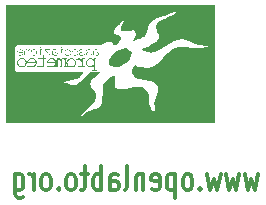
<source format=gbo>
G04 (created by PCBNEW-RS274X (2012-jan-04)-stable) date Thu 15 Nov 2012 21:08:36 CET*
G01*
G70*
G90*
%MOIN*%
G04 Gerber Fmt 3.4, Leading zero omitted, Abs format*
%FSLAX34Y34*%
G04 APERTURE LIST*
%ADD10C,0.006000*%
%ADD11C,0.012000*%
%ADD12C,0.000100*%
G04 APERTURE END LIST*
G54D10*
G54D11*
X58166Y-43570D02*
X58052Y-44104D01*
X57938Y-43723D01*
X57823Y-44104D01*
X57709Y-43570D01*
X57537Y-43570D02*
X57423Y-44104D01*
X57309Y-43723D01*
X57194Y-44104D01*
X57080Y-43570D01*
X56908Y-43570D02*
X56794Y-44104D01*
X56680Y-43723D01*
X56565Y-44104D01*
X56451Y-43570D01*
X56222Y-44028D02*
X56194Y-44066D01*
X56222Y-44104D01*
X56251Y-44066D01*
X56222Y-44028D01*
X56222Y-44104D01*
X55850Y-44104D02*
X55908Y-44066D01*
X55936Y-44028D01*
X55965Y-43951D01*
X55965Y-43723D01*
X55936Y-43647D01*
X55908Y-43609D01*
X55850Y-43570D01*
X55765Y-43570D01*
X55708Y-43609D01*
X55679Y-43647D01*
X55650Y-43723D01*
X55650Y-43951D01*
X55679Y-44028D01*
X55708Y-44066D01*
X55765Y-44104D01*
X55850Y-44104D01*
X55393Y-43570D02*
X55393Y-44370D01*
X55393Y-43609D02*
X55336Y-43570D01*
X55222Y-43570D01*
X55165Y-43609D01*
X55136Y-43647D01*
X55107Y-43723D01*
X55107Y-43951D01*
X55136Y-44028D01*
X55165Y-44066D01*
X55222Y-44104D01*
X55336Y-44104D01*
X55393Y-44066D01*
X54622Y-44066D02*
X54679Y-44104D01*
X54793Y-44104D01*
X54850Y-44066D01*
X54879Y-43990D01*
X54879Y-43685D01*
X54850Y-43609D01*
X54793Y-43570D01*
X54679Y-43570D01*
X54622Y-43609D01*
X54593Y-43685D01*
X54593Y-43761D01*
X54879Y-43837D01*
X54336Y-43570D02*
X54336Y-44104D01*
X54336Y-43647D02*
X54308Y-43609D01*
X54250Y-43570D01*
X54165Y-43570D01*
X54108Y-43609D01*
X54079Y-43685D01*
X54079Y-44104D01*
X53707Y-44104D02*
X53765Y-44066D01*
X53793Y-43990D01*
X53793Y-43304D01*
X53222Y-44104D02*
X53222Y-43685D01*
X53251Y-43609D01*
X53308Y-43570D01*
X53422Y-43570D01*
X53479Y-43609D01*
X53222Y-44066D02*
X53279Y-44104D01*
X53422Y-44104D01*
X53479Y-44066D01*
X53508Y-43990D01*
X53508Y-43913D01*
X53479Y-43837D01*
X53422Y-43799D01*
X53279Y-43799D01*
X53222Y-43761D01*
X52936Y-44104D02*
X52936Y-43304D01*
X52936Y-43609D02*
X52879Y-43570D01*
X52765Y-43570D01*
X52708Y-43609D01*
X52679Y-43647D01*
X52650Y-43723D01*
X52650Y-43951D01*
X52679Y-44028D01*
X52708Y-44066D01*
X52765Y-44104D01*
X52879Y-44104D01*
X52936Y-44066D01*
X52479Y-43570D02*
X52250Y-43570D01*
X52393Y-43304D02*
X52393Y-43990D01*
X52365Y-44066D01*
X52307Y-44104D01*
X52250Y-44104D01*
X51964Y-44104D02*
X52022Y-44066D01*
X52050Y-44028D01*
X52079Y-43951D01*
X52079Y-43723D01*
X52050Y-43647D01*
X52022Y-43609D01*
X51964Y-43570D01*
X51879Y-43570D01*
X51822Y-43609D01*
X51793Y-43647D01*
X51764Y-43723D01*
X51764Y-43951D01*
X51793Y-44028D01*
X51822Y-44066D01*
X51879Y-44104D01*
X51964Y-44104D01*
X51507Y-44028D02*
X51479Y-44066D01*
X51507Y-44104D01*
X51536Y-44066D01*
X51507Y-44028D01*
X51507Y-44104D01*
X51135Y-44104D02*
X51193Y-44066D01*
X51221Y-44028D01*
X51250Y-43951D01*
X51250Y-43723D01*
X51221Y-43647D01*
X51193Y-43609D01*
X51135Y-43570D01*
X51050Y-43570D01*
X50993Y-43609D01*
X50964Y-43647D01*
X50935Y-43723D01*
X50935Y-43951D01*
X50964Y-44028D01*
X50993Y-44066D01*
X51050Y-44104D01*
X51135Y-44104D01*
X50678Y-44104D02*
X50678Y-43570D01*
X50678Y-43723D02*
X50650Y-43647D01*
X50621Y-43609D01*
X50564Y-43570D01*
X50507Y-43570D01*
X50050Y-43570D02*
X50050Y-44218D01*
X50079Y-44294D01*
X50107Y-44332D01*
X50164Y-44370D01*
X50250Y-44370D01*
X50307Y-44332D01*
X50050Y-44066D02*
X50107Y-44104D01*
X50221Y-44104D01*
X50279Y-44066D01*
X50307Y-44028D01*
X50336Y-43951D01*
X50336Y-43723D01*
X50307Y-43647D01*
X50279Y-43609D01*
X50221Y-43570D01*
X50107Y-43570D01*
X50050Y-43609D01*
G54D12*
G36*
X56711Y-41848D02*
X56498Y-41848D01*
X56498Y-39295D01*
X56491Y-39291D01*
X56469Y-39288D01*
X56429Y-39285D01*
X56371Y-39282D01*
X56275Y-39272D01*
X56176Y-39255D01*
X56081Y-39230D01*
X55996Y-39200D01*
X55926Y-39168D01*
X55900Y-39151D01*
X55875Y-39138D01*
X55834Y-39121D01*
X55786Y-39104D01*
X55768Y-39099D01*
X55713Y-39083D01*
X55670Y-39074D01*
X55629Y-39072D01*
X55584Y-39075D01*
X55509Y-39084D01*
X55442Y-39097D01*
X55378Y-39116D01*
X55313Y-39142D01*
X55243Y-39178D01*
X55166Y-39224D01*
X55076Y-39283D01*
X55006Y-39331D01*
X54921Y-39389D01*
X54850Y-39433D01*
X54790Y-39466D01*
X54737Y-39489D01*
X54688Y-39502D01*
X54638Y-39509D01*
X54593Y-39510D01*
X54532Y-39506D01*
X54466Y-39493D01*
X54404Y-39474D01*
X54353Y-39451D01*
X54330Y-39435D01*
X54298Y-39408D01*
X54368Y-39372D01*
X54478Y-39314D01*
X54567Y-39266D01*
X54640Y-39224D01*
X54698Y-39189D01*
X54743Y-39157D01*
X54777Y-39129D01*
X54804Y-39101D01*
X54822Y-39078D01*
X54845Y-39035D01*
X54855Y-38989D01*
X54850Y-38936D01*
X54831Y-38873D01*
X54806Y-38812D01*
X54778Y-38752D01*
X54760Y-38707D01*
X54750Y-38675D01*
X54747Y-38650D01*
X54750Y-38627D01*
X54758Y-38602D01*
X54760Y-38596D01*
X54776Y-38564D01*
X54800Y-38534D01*
X54835Y-38504D01*
X54883Y-38472D01*
X54947Y-38438D01*
X55029Y-38398D01*
X55061Y-38383D01*
X55148Y-38343D01*
X55216Y-38309D01*
X55269Y-38281D01*
X55310Y-38256D01*
X55343Y-38233D01*
X55365Y-38213D01*
X55389Y-38186D01*
X55408Y-38154D01*
X55420Y-38126D01*
X55420Y-38108D01*
X55418Y-38107D01*
X55406Y-38109D01*
X55379Y-38123D01*
X55343Y-38144D01*
X55334Y-38150D01*
X55289Y-38177D01*
X55236Y-38205D01*
X55181Y-38232D01*
X55129Y-38256D01*
X55085Y-38273D01*
X55055Y-38281D01*
X55051Y-38281D01*
X55023Y-38286D01*
X54980Y-38297D01*
X54927Y-38314D01*
X54871Y-38334D01*
X54816Y-38355D01*
X54771Y-38375D01*
X54761Y-38380D01*
X54682Y-38424D01*
X54620Y-38468D01*
X54572Y-38519D01*
X54535Y-38579D01*
X54503Y-38655D01*
X54480Y-38729D01*
X54461Y-38793D01*
X54446Y-38839D01*
X54433Y-38872D01*
X54420Y-38897D01*
X54403Y-38921D01*
X54380Y-38947D01*
X54376Y-38952D01*
X54344Y-38983D01*
X54308Y-39009D01*
X54265Y-39032D01*
X54208Y-39053D01*
X54140Y-39075D01*
X54089Y-39092D01*
X54042Y-39107D01*
X54009Y-39120D01*
X54000Y-39125D01*
X53978Y-39134D01*
X53969Y-39131D01*
X53975Y-39115D01*
X53994Y-39083D01*
X54010Y-39059D01*
X54049Y-38996D01*
X54078Y-38939D01*
X54095Y-38892D01*
X54098Y-38869D01*
X54091Y-38844D01*
X54071Y-38813D01*
X54066Y-38806D01*
X54033Y-38770D01*
X53884Y-38783D01*
X53780Y-38790D01*
X53699Y-38789D01*
X53639Y-38781D01*
X53599Y-38763D01*
X53578Y-38736D01*
X53575Y-38699D01*
X53590Y-38650D01*
X53620Y-38590D01*
X53627Y-38579D01*
X53665Y-38510D01*
X53687Y-38454D01*
X53693Y-38409D01*
X53691Y-38394D01*
X53684Y-38390D01*
X53668Y-38403D01*
X53643Y-38437D01*
X53633Y-38450D01*
X53598Y-38494D01*
X53554Y-38545D01*
X53508Y-38593D01*
X53497Y-38603D01*
X53430Y-38673D01*
X53382Y-38734D01*
X53354Y-38787D01*
X53348Y-38830D01*
X53362Y-38864D01*
X53368Y-38869D01*
X53390Y-38884D01*
X53426Y-38901D01*
X53459Y-38915D01*
X53522Y-38943D01*
X53562Y-38974D01*
X53582Y-39009D01*
X53580Y-39049D01*
X53557Y-39098D01*
X53513Y-39156D01*
X53480Y-39191D01*
X53445Y-39225D01*
X53415Y-39249D01*
X53393Y-39260D01*
X53391Y-39260D01*
X53370Y-39252D01*
X53340Y-39232D01*
X53310Y-39206D01*
X53276Y-39176D01*
X53251Y-39160D01*
X53225Y-39154D01*
X53195Y-39153D01*
X53115Y-39163D01*
X53031Y-39194D01*
X52976Y-39224D01*
X52918Y-39260D01*
X51518Y-39263D01*
X51305Y-39263D01*
X51116Y-39264D01*
X50947Y-39264D01*
X50798Y-39265D01*
X50669Y-39265D01*
X50556Y-39266D01*
X50460Y-39267D01*
X50378Y-39267D01*
X50310Y-39268D01*
X50254Y-39270D01*
X50210Y-39271D01*
X50174Y-39273D01*
X50147Y-39275D01*
X50127Y-39276D01*
X50113Y-39279D01*
X50104Y-39282D01*
X50097Y-39285D01*
X50093Y-39288D01*
X50092Y-39289D01*
X50085Y-39295D01*
X50080Y-39304D01*
X50076Y-39316D01*
X50072Y-39336D01*
X50070Y-39365D01*
X50068Y-39405D01*
X50068Y-39460D01*
X50067Y-39531D01*
X50067Y-39621D01*
X50067Y-39713D01*
X50067Y-39825D01*
X50068Y-39915D01*
X50069Y-39987D01*
X50070Y-40042D01*
X50073Y-40082D01*
X50076Y-40110D01*
X50079Y-40127D01*
X50084Y-40136D01*
X50087Y-40140D01*
X50092Y-40144D01*
X50101Y-40147D01*
X50113Y-40150D01*
X50132Y-40152D01*
X50159Y-40154D01*
X50194Y-40155D01*
X50239Y-40157D01*
X50297Y-40158D01*
X50368Y-40159D01*
X50453Y-40160D01*
X50555Y-40160D01*
X50675Y-40161D01*
X50813Y-40162D01*
X50972Y-40162D01*
X51153Y-40163D01*
X51211Y-40163D01*
X51372Y-40163D01*
X51525Y-40164D01*
X51670Y-40165D01*
X51805Y-40165D01*
X51928Y-40167D01*
X52037Y-40168D01*
X52131Y-40168D01*
X52208Y-40169D01*
X52266Y-40170D01*
X52305Y-40172D01*
X52321Y-40173D01*
X52322Y-40173D01*
X52315Y-40191D01*
X52296Y-40220D01*
X52269Y-40256D01*
X52240Y-40293D01*
X52213Y-40325D01*
X52193Y-40345D01*
X52156Y-40370D01*
X52113Y-40390D01*
X52058Y-40408D01*
X51986Y-40423D01*
X51922Y-40434D01*
X51854Y-40448D01*
X51792Y-40464D01*
X51739Y-40483D01*
X51701Y-40502D01*
X51680Y-40520D01*
X51678Y-40528D01*
X51681Y-40538D01*
X51697Y-40539D01*
X51726Y-40533D01*
X51754Y-40527D01*
X51781Y-40528D01*
X51814Y-40535D01*
X51862Y-40550D01*
X51872Y-40554D01*
X51958Y-40578D01*
X52031Y-40587D01*
X52094Y-40580D01*
X52143Y-40561D01*
X52173Y-40541D01*
X52216Y-40505D01*
X52271Y-40454D01*
X52337Y-40389D01*
X52375Y-40350D01*
X52554Y-40165D01*
X52715Y-40165D01*
X52876Y-40166D01*
X52752Y-40282D01*
X52684Y-40349D01*
X52634Y-40407D01*
X52600Y-40459D01*
X52580Y-40508D01*
X52573Y-40557D01*
X52572Y-40569D01*
X52576Y-40608D01*
X52587Y-40645D01*
X52610Y-40684D01*
X52646Y-40731D01*
X52675Y-40765D01*
X52715Y-40811D01*
X52741Y-40848D01*
X52755Y-40881D01*
X52762Y-40917D01*
X52763Y-40957D01*
X52761Y-40998D01*
X52753Y-41037D01*
X52738Y-41075D01*
X52713Y-41116D01*
X52678Y-41163D01*
X52629Y-41218D01*
X52566Y-41284D01*
X52506Y-41344D01*
X52420Y-41431D01*
X52351Y-41505D01*
X52300Y-41567D01*
X52265Y-41617D01*
X52245Y-41657D01*
X52239Y-41687D01*
X52242Y-41698D01*
X52251Y-41694D01*
X52270Y-41672D01*
X52272Y-41669D01*
X52299Y-41636D01*
X52334Y-41598D01*
X52353Y-41578D01*
X52402Y-41536D01*
X52460Y-41498D01*
X52531Y-41463D01*
X52619Y-41428D01*
X52681Y-41407D01*
X52756Y-41381D01*
X52816Y-41355D01*
X52864Y-41325D01*
X52901Y-41290D01*
X52929Y-41246D01*
X52948Y-41190D01*
X52962Y-41120D01*
X52971Y-41033D01*
X52976Y-40925D01*
X52978Y-40882D01*
X52982Y-40788D01*
X52987Y-40708D01*
X52992Y-40645D01*
X52998Y-40602D01*
X53002Y-40583D01*
X53047Y-40497D01*
X53113Y-40420D01*
X53201Y-40353D01*
X53272Y-40312D01*
X53317Y-40291D01*
X53345Y-40280D01*
X53362Y-40279D01*
X53371Y-40285D01*
X53371Y-40286D01*
X53376Y-40304D01*
X53379Y-40340D01*
X53381Y-40391D01*
X53382Y-40449D01*
X53382Y-40456D01*
X53384Y-40538D01*
X53389Y-40600D01*
X53400Y-40645D01*
X53416Y-40677D01*
X53440Y-40700D01*
X53454Y-40709D01*
X53493Y-40724D01*
X53539Y-40732D01*
X53594Y-40734D01*
X53662Y-40728D01*
X53745Y-40715D01*
X53847Y-40694D01*
X53902Y-40682D01*
X54037Y-40658D01*
X54152Y-40650D01*
X54209Y-40650D01*
X54250Y-40653D01*
X54282Y-40659D01*
X54313Y-40670D01*
X54341Y-40683D01*
X54403Y-40723D01*
X54451Y-40778D01*
X54486Y-40848D01*
X54509Y-40935D01*
X54520Y-41042D01*
X54522Y-41084D01*
X54524Y-41151D01*
X54528Y-41201D01*
X54535Y-41240D01*
X54547Y-41277D01*
X54553Y-41293D01*
X54575Y-41337D01*
X54604Y-41381D01*
X54637Y-41422D01*
X54670Y-41455D01*
X54698Y-41475D01*
X54711Y-41478D01*
X54721Y-41476D01*
X54728Y-41467D01*
X54729Y-41448D01*
X54727Y-41415D01*
X54720Y-41366D01*
X54711Y-41311D01*
X54691Y-41192D01*
X54755Y-41034D01*
X54795Y-40922D01*
X54819Y-40825D01*
X54828Y-40742D01*
X54820Y-40671D01*
X54795Y-40609D01*
X54755Y-40555D01*
X54734Y-40536D01*
X54694Y-40506D01*
X54647Y-40482D01*
X54588Y-40461D01*
X54514Y-40444D01*
X54422Y-40429D01*
X54374Y-40422D01*
X54309Y-40412D01*
X54243Y-40401D01*
X54187Y-40388D01*
X54151Y-40379D01*
X54074Y-40345D01*
X54016Y-40299D01*
X53979Y-40243D01*
X53962Y-40178D01*
X53967Y-40106D01*
X53994Y-40031D01*
X54028Y-39973D01*
X54050Y-39942D01*
X54173Y-39977D01*
X54301Y-40007D01*
X54415Y-40020D01*
X54515Y-40016D01*
X54583Y-40001D01*
X54637Y-39982D01*
X54688Y-39958D01*
X54740Y-39926D01*
X54793Y-39886D01*
X54851Y-39835D01*
X54917Y-39770D01*
X54992Y-39690D01*
X55069Y-39603D01*
X55155Y-39515D01*
X55243Y-39442D01*
X55329Y-39387D01*
X55361Y-39372D01*
X55417Y-39350D01*
X55476Y-39335D01*
X55542Y-39327D01*
X55620Y-39325D01*
X55713Y-39329D01*
X55806Y-39336D01*
X55953Y-39348D01*
X56086Y-39353D01*
X56205Y-39353D01*
X56307Y-39348D01*
X56390Y-39337D01*
X56453Y-39321D01*
X56478Y-39310D01*
X56493Y-39301D01*
X56498Y-39295D01*
X56498Y-41848D01*
X53240Y-41848D01*
X49769Y-41848D01*
X49769Y-39880D01*
X49769Y-37912D01*
X53240Y-37912D01*
X56711Y-37912D01*
X56711Y-39880D01*
X56711Y-41848D01*
X56711Y-41848D01*
X56711Y-41848D01*
G37*
G36*
X52786Y-39713D02*
X52779Y-39724D01*
X52757Y-39732D01*
X52727Y-39740D01*
X52727Y-39916D01*
X52728Y-39984D01*
X52728Y-40032D01*
X52730Y-40063D01*
X52734Y-40082D01*
X52739Y-40091D01*
X52748Y-40095D01*
X52753Y-40096D01*
X52776Y-40105D01*
X52784Y-40115D01*
X52780Y-40123D01*
X52759Y-40128D01*
X52719Y-40130D01*
X52698Y-40130D01*
X52649Y-40129D01*
X52621Y-40125D01*
X52611Y-40119D01*
X52611Y-40115D01*
X52625Y-40104D01*
X52652Y-40096D01*
X52654Y-40096D01*
X52691Y-40092D01*
X52691Y-40015D01*
X52691Y-39937D01*
X52691Y-39937D01*
X52691Y-39842D01*
X52681Y-39792D01*
X52663Y-39765D01*
X52641Y-39744D01*
X52617Y-39734D01*
X52581Y-39731D01*
X52572Y-39731D01*
X52533Y-39733D01*
X52507Y-39742D01*
X52486Y-39760D01*
X52482Y-39765D01*
X52458Y-39807D01*
X52453Y-39850D01*
X52465Y-39891D01*
X52489Y-39926D01*
X52523Y-39951D01*
X52563Y-39963D01*
X52607Y-39956D01*
X52632Y-39942D01*
X52668Y-39912D01*
X52686Y-39880D01*
X52691Y-39842D01*
X52691Y-39937D01*
X52660Y-39962D01*
X52624Y-39980D01*
X52574Y-39987D01*
X52569Y-39987D01*
X52532Y-39985D01*
X52505Y-39976D01*
X52478Y-39955D01*
X52463Y-39940D01*
X52435Y-39908D01*
X52421Y-39881D01*
X52417Y-39849D01*
X52417Y-39849D01*
X52427Y-39791D01*
X52455Y-39744D01*
X52496Y-39710D01*
X52546Y-39693D01*
X52599Y-39694D01*
X52651Y-39714D01*
X52677Y-39729D01*
X52689Y-39730D01*
X52691Y-39720D01*
X52698Y-39707D01*
X52722Y-39702D01*
X52739Y-39702D01*
X52772Y-39705D01*
X52786Y-39713D01*
X52786Y-39713D01*
X52786Y-39713D01*
G37*
G36*
X50448Y-39866D02*
X50435Y-39915D01*
X50413Y-39948D01*
X50413Y-39841D01*
X50405Y-39794D01*
X50400Y-39784D01*
X50376Y-39758D01*
X50338Y-39737D01*
X50298Y-39726D01*
X50289Y-39725D01*
X50237Y-39736D01*
X50197Y-39763D01*
X50172Y-39803D01*
X50163Y-39850D01*
X50174Y-39900D01*
X50182Y-39915D01*
X50212Y-39951D01*
X50250Y-39968D01*
X50302Y-39970D01*
X50305Y-39970D01*
X50346Y-39962D01*
X50375Y-39943D01*
X50385Y-39931D01*
X50406Y-39890D01*
X50413Y-39841D01*
X50413Y-39948D01*
X50407Y-39958D01*
X50367Y-39989D01*
X50319Y-40007D01*
X50265Y-40008D01*
X50211Y-39989D01*
X50165Y-39952D01*
X50138Y-39905D01*
X50129Y-39852D01*
X50140Y-39797D01*
X50170Y-39747D01*
X50175Y-39742D01*
X50224Y-39707D01*
X50278Y-39692D01*
X50332Y-39696D01*
X50382Y-39720D01*
X50419Y-39758D01*
X50444Y-39812D01*
X50448Y-39866D01*
X50448Y-39866D01*
X50448Y-39866D01*
G37*
G36*
X50783Y-39853D02*
X50772Y-39906D01*
X50743Y-39952D01*
X50699Y-39985D01*
X50644Y-40005D01*
X50583Y-40008D01*
X50524Y-39995D01*
X50489Y-39978D01*
X50467Y-39961D01*
X50462Y-39946D01*
X50464Y-39944D01*
X50479Y-39943D01*
X50506Y-39950D01*
X50520Y-39955D01*
X50586Y-39974D01*
X50642Y-39972D01*
X50690Y-39949D01*
X50706Y-39934D01*
X50734Y-39905D01*
X50747Y-39883D01*
X50747Y-39882D01*
X50747Y-39810D01*
X50740Y-39795D01*
X50724Y-39771D01*
X50723Y-39769D01*
X50688Y-39742D01*
X50641Y-39728D01*
X50591Y-39729D01*
X50585Y-39731D01*
X50557Y-39743D01*
X50528Y-39765D01*
X50505Y-39789D01*
X50496Y-39808D01*
X50508Y-39814D01*
X50542Y-39819D01*
X50594Y-39820D01*
X50622Y-39821D01*
X50673Y-39820D01*
X50714Y-39817D01*
X50740Y-39814D01*
X50747Y-39810D01*
X50747Y-39882D01*
X50744Y-39870D01*
X50724Y-39862D01*
X50683Y-39858D01*
X50621Y-39857D01*
X50602Y-39857D01*
X50458Y-39857D01*
X50465Y-39818D01*
X50487Y-39761D01*
X50524Y-39721D01*
X50550Y-39706D01*
X50612Y-39692D01*
X50669Y-39697D01*
X50719Y-39721D01*
X50757Y-39761D01*
X50778Y-39814D01*
X50783Y-39853D01*
X50783Y-39853D01*
X50783Y-39853D01*
G37*
G36*
X51102Y-39717D02*
X51088Y-39729D01*
X51065Y-39735D01*
X51033Y-39739D01*
X51033Y-39850D01*
X51033Y-39902D01*
X51031Y-39936D01*
X51026Y-39958D01*
X51017Y-39973D01*
X51002Y-39985D01*
X51002Y-39986D01*
X50960Y-40005D01*
X50905Y-40009D01*
X50846Y-39998D01*
X50827Y-39991D01*
X50797Y-39975D01*
X50784Y-39961D01*
X50788Y-39954D01*
X50811Y-39955D01*
X50816Y-39956D01*
X50885Y-39969D01*
X50938Y-39971D01*
X50972Y-39964D01*
X50984Y-39955D01*
X50992Y-39941D01*
X50996Y-39918D01*
X50997Y-39880D01*
X50997Y-39844D01*
X50997Y-39737D01*
X50914Y-39737D01*
X50869Y-39736D01*
X50843Y-39732D01*
X50832Y-39725D01*
X50830Y-39719D01*
X50835Y-39709D01*
X50853Y-39704D01*
X50888Y-39702D01*
X50914Y-39702D01*
X50997Y-39702D01*
X50997Y-39654D01*
X50997Y-39606D01*
X50905Y-39604D01*
X50868Y-39602D01*
X50849Y-39601D01*
X50850Y-39598D01*
X50857Y-39597D01*
X50902Y-39592D01*
X50902Y-39498D01*
X50902Y-39403D01*
X50944Y-39403D01*
X50971Y-39406D01*
X50985Y-39411D01*
X50986Y-39412D01*
X50975Y-39419D01*
X50953Y-39421D01*
X50936Y-39422D01*
X50926Y-39428D01*
X50921Y-39445D01*
X50920Y-39477D01*
X50920Y-39505D01*
X50920Y-39588D01*
X50977Y-39592D01*
X51033Y-39595D01*
X51033Y-39648D01*
X51034Y-39681D01*
X51040Y-39697D01*
X51056Y-39701D01*
X51070Y-39702D01*
X51096Y-39706D01*
X51102Y-39717D01*
X51102Y-39717D01*
X51102Y-39717D01*
G37*
G36*
X51808Y-39986D02*
X51790Y-39994D01*
X51756Y-39999D01*
X51749Y-39999D01*
X51710Y-39996D01*
X51691Y-39988D01*
X51694Y-39975D01*
X51708Y-39966D01*
X51717Y-39956D01*
X51722Y-39935D01*
X51724Y-39900D01*
X51723Y-39856D01*
X51720Y-39807D01*
X51717Y-39776D01*
X51710Y-39757D01*
X51699Y-39745D01*
X51688Y-39738D01*
X51662Y-39727D01*
X51644Y-39731D01*
X51637Y-39736D01*
X51628Y-39748D01*
X51622Y-39771D01*
X51619Y-39807D01*
X51618Y-39861D01*
X51618Y-39876D01*
X51618Y-39999D01*
X51582Y-39999D01*
X51554Y-39993D01*
X51546Y-39981D01*
X51556Y-39965D01*
X51564Y-39963D01*
X51573Y-39958D01*
X51579Y-39942D01*
X51582Y-39910D01*
X51582Y-39868D01*
X51581Y-39818D01*
X51577Y-39785D01*
X51569Y-39763D01*
X51558Y-39749D01*
X51534Y-39729D01*
X51513Y-39727D01*
X51494Y-39732D01*
X51485Y-39739D01*
X51479Y-39756D01*
X51476Y-39785D01*
X51475Y-39832D01*
X51475Y-39870D01*
X51475Y-39999D01*
X51439Y-39999D01*
X51411Y-39994D01*
X51397Y-39984D01*
X51399Y-39973D01*
X51414Y-39966D01*
X51434Y-39951D01*
X51439Y-39931D01*
X51438Y-39913D01*
X51433Y-39911D01*
X51419Y-39925D01*
X51408Y-39939D01*
X51356Y-39984D01*
X51296Y-40007D01*
X51229Y-40008D01*
X51180Y-39995D01*
X51145Y-39978D01*
X51123Y-39961D01*
X51118Y-39946D01*
X51120Y-39944D01*
X51135Y-39943D01*
X51163Y-39950D01*
X51176Y-39955D01*
X51242Y-39974D01*
X51298Y-39972D01*
X51346Y-39949D01*
X51363Y-39934D01*
X51390Y-39905D01*
X51403Y-39883D01*
X51403Y-39882D01*
X51403Y-39814D01*
X51392Y-39786D01*
X51365Y-39758D01*
X51328Y-39737D01*
X51287Y-39726D01*
X51278Y-39725D01*
X51238Y-39733D01*
X51199Y-39752D01*
X51169Y-39778D01*
X51153Y-39807D01*
X51152Y-39814D01*
X51164Y-39817D01*
X51194Y-39819D01*
X51238Y-39820D01*
X51278Y-39821D01*
X51329Y-39820D01*
X51370Y-39819D01*
X51397Y-39816D01*
X51403Y-39814D01*
X51403Y-39882D01*
X51400Y-39870D01*
X51380Y-39862D01*
X51339Y-39858D01*
X51277Y-39857D01*
X51260Y-39857D01*
X51200Y-39856D01*
X51159Y-39855D01*
X51135Y-39853D01*
X51122Y-39848D01*
X51117Y-39840D01*
X51117Y-39830D01*
X51128Y-39785D01*
X51157Y-39744D01*
X51200Y-39712D01*
X51249Y-39693D01*
X51278Y-39689D01*
X51331Y-39699D01*
X51379Y-39726D01*
X51414Y-39763D01*
X51415Y-39763D01*
X51439Y-39803D01*
X51439Y-39770D01*
X51448Y-39735D01*
X51471Y-39708D01*
X51501Y-39692D01*
X51532Y-39691D01*
X51558Y-39707D01*
X51583Y-39724D01*
X51608Y-39717D01*
X51619Y-39706D01*
X51642Y-39693D01*
X51671Y-39695D01*
X51707Y-39699D01*
X51750Y-39701D01*
X51758Y-39701D01*
X51791Y-39704D01*
X51808Y-39713D01*
X51806Y-39724D01*
X51785Y-39734D01*
X51773Y-39739D01*
X51767Y-39750D01*
X51763Y-39772D01*
X51761Y-39809D01*
X51761Y-39850D01*
X51761Y-39902D01*
X51763Y-39935D01*
X51768Y-39954D01*
X51776Y-39963D01*
X51785Y-39966D01*
X51807Y-39976D01*
X51808Y-39986D01*
X51808Y-39986D01*
X51808Y-39986D01*
G37*
G36*
X52095Y-39848D02*
X52084Y-39902D01*
X52059Y-39942D01*
X52059Y-39850D01*
X52049Y-39807D01*
X52023Y-39768D01*
X51986Y-39738D01*
X51945Y-39726D01*
X51941Y-39725D01*
X51888Y-39735D01*
X51846Y-39761D01*
X51818Y-39798D01*
X51805Y-39841D01*
X51809Y-39886D01*
X51831Y-39929D01*
X51853Y-39950D01*
X51899Y-39973D01*
X51948Y-39974D01*
X51996Y-39953D01*
X52019Y-39934D01*
X52046Y-39901D01*
X52058Y-39871D01*
X52059Y-39850D01*
X52059Y-39942D01*
X52056Y-39948D01*
X52014Y-39983D01*
X51965Y-40004D01*
X51911Y-40009D01*
X51859Y-39994D01*
X51848Y-39988D01*
X51805Y-39949D01*
X51780Y-39901D01*
X51773Y-39851D01*
X51782Y-39800D01*
X51806Y-39754D01*
X51844Y-39718D01*
X51894Y-39695D01*
X51937Y-39689D01*
X51984Y-39700D01*
X52029Y-39729D01*
X52066Y-39769D01*
X52090Y-39816D01*
X52095Y-39848D01*
X52095Y-39848D01*
X52095Y-39848D01*
G37*
G36*
X52411Y-39981D02*
X52400Y-39986D01*
X52368Y-39991D01*
X52320Y-39994D01*
X52276Y-39996D01*
X52215Y-39997D01*
X52176Y-39996D01*
X52153Y-39993D01*
X52145Y-39987D01*
X52146Y-39984D01*
X52160Y-39974D01*
X52195Y-39967D01*
X52218Y-39965D01*
X52286Y-39962D01*
X52286Y-39886D01*
X52285Y-39844D01*
X52280Y-39818D01*
X52269Y-39798D01*
X52248Y-39778D01*
X52247Y-39778D01*
X52205Y-39746D01*
X52173Y-39731D01*
X52146Y-39731D01*
X52126Y-39741D01*
X52100Y-39752D01*
X52087Y-39747D01*
X52091Y-39730D01*
X52108Y-39712D01*
X52147Y-39695D01*
X52192Y-39701D01*
X52243Y-39729D01*
X52246Y-39732D01*
X52286Y-39762D01*
X52286Y-39732D01*
X52288Y-39713D01*
X52299Y-39704D01*
X52324Y-39702D01*
X52340Y-39702D01*
X52375Y-39704D01*
X52391Y-39712D01*
X52393Y-39719D01*
X52383Y-39733D01*
X52358Y-39737D01*
X52322Y-39737D01*
X52322Y-39850D01*
X52322Y-39961D01*
X52366Y-39965D01*
X52395Y-39970D01*
X52411Y-39979D01*
X52411Y-39981D01*
X52411Y-39981D01*
X52411Y-39981D01*
G37*
G36*
X53967Y-39492D02*
X53963Y-39509D01*
X53953Y-39542D01*
X53937Y-39587D01*
X53919Y-39640D01*
X53899Y-39694D01*
X53881Y-39745D01*
X53872Y-39767D01*
X53856Y-39787D01*
X53827Y-39809D01*
X53816Y-39814D01*
X53786Y-39831D01*
X53742Y-39857D01*
X53694Y-39886D01*
X53672Y-39900D01*
X53626Y-39929D01*
X53585Y-39953D01*
X53553Y-39970D01*
X53543Y-39975D01*
X53517Y-39980D01*
X53474Y-39984D01*
X53426Y-39985D01*
X53378Y-39984D01*
X53341Y-39981D01*
X53335Y-39980D01*
X53313Y-39976D01*
X53277Y-39971D01*
X53262Y-39969D01*
X53209Y-39962D01*
X53195Y-39880D01*
X53186Y-39826D01*
X53182Y-39786D01*
X53185Y-39754D01*
X53195Y-39724D01*
X53217Y-39692D01*
X53249Y-39652D01*
X53292Y-39603D01*
X53349Y-39543D01*
X53396Y-39498D01*
X53431Y-39470D01*
X53445Y-39463D01*
X53472Y-39454D01*
X53515Y-39440D01*
X53569Y-39422D01*
X53615Y-39408D01*
X53746Y-39366D01*
X53857Y-39421D01*
X53902Y-39446D01*
X53939Y-39468D01*
X53962Y-39485D01*
X53967Y-39492D01*
X53967Y-39492D01*
X53967Y-39492D01*
G37*
G36*
X50338Y-39499D02*
X50336Y-39516D01*
X50317Y-39558D01*
X50317Y-39470D01*
X50317Y-39469D01*
X50307Y-39449D01*
X50281Y-39431D01*
X50247Y-39418D01*
X50222Y-39415D01*
X50189Y-39423D01*
X50159Y-39442D01*
X50141Y-39466D01*
X50138Y-39478D01*
X50146Y-39485D01*
X50169Y-39489D01*
X50213Y-39489D01*
X50228Y-39489D01*
X50278Y-39485D01*
X50307Y-39479D01*
X50317Y-39470D01*
X50317Y-39558D01*
X50316Y-39563D01*
X50280Y-39595D01*
X50231Y-39611D01*
X50176Y-39608D01*
X50165Y-39605D01*
X50139Y-39594D01*
X50127Y-39582D01*
X50127Y-39581D01*
X50135Y-39576D01*
X50150Y-39582D01*
X50191Y-39594D01*
X50237Y-39592D01*
X50277Y-39578D01*
X50291Y-39566D01*
X50312Y-39542D01*
X50316Y-39525D01*
X50302Y-39516D01*
X50268Y-39511D01*
X50223Y-39510D01*
X50178Y-39509D01*
X50142Y-39506D01*
X50123Y-39501D01*
X50121Y-39500D01*
X50123Y-39484D01*
X50136Y-39459D01*
X50142Y-39449D01*
X50163Y-39423D01*
X50187Y-39411D01*
X50224Y-39406D01*
X50260Y-39405D01*
X50283Y-39413D01*
X50306Y-39435D01*
X50311Y-39441D01*
X50332Y-39472D01*
X50338Y-39499D01*
X50338Y-39499D01*
X50338Y-39499D01*
G37*
G36*
X50792Y-39519D02*
X50773Y-39554D01*
X50773Y-39496D01*
X50769Y-39476D01*
X50745Y-39440D01*
X50712Y-39421D01*
X50674Y-39417D01*
X50638Y-39428D01*
X50609Y-39452D01*
X50593Y-39489D01*
X50592Y-39505D01*
X50602Y-39547D01*
X50629Y-39578D01*
X50669Y-39593D01*
X50715Y-39591D01*
X50729Y-39586D01*
X50752Y-39566D01*
X50768Y-39533D01*
X50773Y-39496D01*
X50773Y-39554D01*
X50771Y-39558D01*
X50754Y-39577D01*
X50728Y-39601D01*
X50709Y-39615D01*
X50703Y-39616D01*
X50685Y-39613D01*
X50664Y-39609D01*
X50621Y-39591D01*
X50593Y-39558D01*
X50580Y-39516D01*
X50585Y-39471D01*
X50604Y-39435D01*
X50627Y-39413D01*
X50655Y-39404D01*
X50681Y-39403D01*
X50719Y-39406D01*
X50744Y-39420D01*
X50764Y-39440D01*
X50789Y-39481D01*
X50792Y-39519D01*
X50792Y-39519D01*
X50792Y-39519D01*
G37*
G36*
X51477Y-39543D02*
X51476Y-39566D01*
X51472Y-39576D01*
X51460Y-39591D01*
X51460Y-39564D01*
X51457Y-39533D01*
X51439Y-39515D01*
X51402Y-39506D01*
X51377Y-39505D01*
X51339Y-39506D01*
X51319Y-39511D01*
X51311Y-39523D01*
X51310Y-39527D01*
X51315Y-39554D01*
X51339Y-39576D01*
X51375Y-39589D01*
X51409Y-39591D01*
X51442Y-39586D01*
X51457Y-39575D01*
X51460Y-39564D01*
X51460Y-39591D01*
X51452Y-39600D01*
X51423Y-39615D01*
X51403Y-39616D01*
X51388Y-39613D01*
X51373Y-39609D01*
X51345Y-39597D01*
X51332Y-39590D01*
X51317Y-39582D01*
X51311Y-39591D01*
X51296Y-39602D01*
X51280Y-39605D01*
X51264Y-39602D01*
X51271Y-39599D01*
X51275Y-39598D01*
X51287Y-39590D01*
X51293Y-39573D01*
X51296Y-39539D01*
X51296Y-39517D01*
X51299Y-39461D01*
X51311Y-39426D01*
X51335Y-39407D01*
X51373Y-39402D01*
X51403Y-39403D01*
X51431Y-39409D01*
X51444Y-39416D01*
X51441Y-39422D01*
X51418Y-39422D01*
X51398Y-39419D01*
X51361Y-39416D01*
X51339Y-39420D01*
X51325Y-39432D01*
X51324Y-39433D01*
X51309Y-39460D01*
X51312Y-39476D01*
X51335Y-39485D01*
X51372Y-39487D01*
X51413Y-39488D01*
X51438Y-39495D01*
X51456Y-39511D01*
X51461Y-39517D01*
X51477Y-39543D01*
X51477Y-39543D01*
X51477Y-39543D01*
G37*
G36*
X51929Y-39510D02*
X51921Y-39549D01*
X51898Y-39583D01*
X51860Y-39606D01*
X51838Y-39612D01*
X51802Y-39611D01*
X51766Y-39601D01*
X51738Y-39586D01*
X51720Y-39572D01*
X51720Y-39571D01*
X51718Y-39560D01*
X51730Y-39562D01*
X51754Y-39576D01*
X51754Y-39577D01*
X51792Y-39592D01*
X51836Y-39592D01*
X51877Y-39578D01*
X51890Y-39566D01*
X51912Y-39528D01*
X51912Y-39485D01*
X51891Y-39446D01*
X51858Y-39422D01*
X51817Y-39415D01*
X51777Y-39426D01*
X51761Y-39439D01*
X51739Y-39459D01*
X51728Y-39459D01*
X51725Y-39439D01*
X51725Y-39431D01*
X51727Y-39411D01*
X51736Y-39410D01*
X51742Y-39414D01*
X51760Y-39421D01*
X51767Y-39416D01*
X51782Y-39408D01*
X51812Y-39403D01*
X51822Y-39403D01*
X51869Y-39412D01*
X51903Y-39437D01*
X51923Y-39471D01*
X51929Y-39510D01*
X51929Y-39510D01*
X51929Y-39510D01*
G37*
G36*
X52165Y-39496D02*
X52163Y-39513D01*
X52149Y-39560D01*
X52147Y-39561D01*
X52147Y-39503D01*
X52138Y-39461D01*
X52112Y-39431D01*
X52077Y-39416D01*
X52037Y-39418D01*
X51999Y-39439D01*
X51993Y-39444D01*
X51968Y-39482D01*
X51967Y-39523D01*
X51989Y-39563D01*
X52021Y-39587D01*
X52062Y-39595D01*
X52102Y-39587D01*
X52125Y-39569D01*
X52142Y-39538D01*
X52147Y-39503D01*
X52147Y-39561D01*
X52119Y-39591D01*
X52089Y-39606D01*
X52062Y-39615D01*
X52042Y-39615D01*
X52016Y-39606D01*
X52016Y-39606D01*
X51981Y-39580D01*
X51958Y-39539D01*
X51952Y-39501D01*
X51962Y-39458D01*
X51989Y-39426D01*
X52026Y-39406D01*
X52068Y-39402D01*
X52111Y-39414D01*
X52138Y-39436D01*
X52160Y-39465D01*
X52165Y-39496D01*
X52165Y-39496D01*
X52165Y-39496D01*
G37*
G36*
X52382Y-39571D02*
X52374Y-39596D01*
X52360Y-39603D01*
X52335Y-39606D01*
X52300Y-39611D01*
X52296Y-39611D01*
X52259Y-39612D01*
X52230Y-39599D01*
X52220Y-39591D01*
X52198Y-39562D01*
X52198Y-39533D01*
X52217Y-39509D01*
X52251Y-39493D01*
X52297Y-39487D01*
X52330Y-39480D01*
X52349Y-39464D01*
X52351Y-39442D01*
X52346Y-39433D01*
X52319Y-39418D01*
X52283Y-39416D01*
X52247Y-39426D01*
X52227Y-39441D01*
X52203Y-39467D01*
X52203Y-39437D01*
X52204Y-39421D01*
X52212Y-39412D01*
X52232Y-39409D01*
X52270Y-39408D01*
X52276Y-39408D01*
X52320Y-39411D01*
X52347Y-39417D01*
X52362Y-39430D01*
X52362Y-39430D01*
X52369Y-39457D01*
X52352Y-39480D01*
X52313Y-39498D01*
X52288Y-39505D01*
X52246Y-39515D01*
X52224Y-39525D01*
X52215Y-39537D01*
X52217Y-39557D01*
X52219Y-39564D01*
X52226Y-39582D01*
X52240Y-39591D01*
X52268Y-39594D01*
X52286Y-39594D01*
X52325Y-39592D01*
X52349Y-39583D01*
X52363Y-39567D01*
X52382Y-39541D01*
X52382Y-39571D01*
X52382Y-39571D01*
X52382Y-39571D01*
G37*
G36*
X52608Y-39574D02*
X52605Y-39596D01*
X52598Y-39601D01*
X52581Y-39600D01*
X52552Y-39604D01*
X52546Y-39605D01*
X52491Y-39606D01*
X52466Y-39599D01*
X52438Y-39581D01*
X52429Y-39557D01*
X52429Y-39554D01*
X52436Y-39525D01*
X52457Y-39506D01*
X52498Y-39494D01*
X52509Y-39492D01*
X52554Y-39482D01*
X52578Y-39470D01*
X52582Y-39454D01*
X52577Y-39442D01*
X52554Y-39425D01*
X52520Y-39417D01*
X52485Y-39420D01*
X52461Y-39432D01*
X52442Y-39449D01*
X52434Y-39446D01*
X52433Y-39433D01*
X52444Y-39422D01*
X52470Y-39411D01*
X52505Y-39404D01*
X52540Y-39403D01*
X52555Y-39405D01*
X52582Y-39419D01*
X52594Y-39443D01*
X52589Y-39469D01*
X52569Y-39489D01*
X52547Y-39496D01*
X52489Y-39508D01*
X52453Y-39527D01*
X52441Y-39551D01*
X52441Y-39552D01*
X52447Y-39575D01*
X52467Y-39588D01*
X52505Y-39593D01*
X52525Y-39594D01*
X52562Y-39589D01*
X52586Y-39572D01*
X52589Y-39567D01*
X52608Y-39541D01*
X52608Y-39574D01*
X52608Y-39574D01*
X52608Y-39574D01*
G37*
G36*
X52858Y-39553D02*
X52849Y-39582D01*
X52838Y-39590D01*
X52838Y-39543D01*
X52822Y-39520D01*
X52790Y-39504D01*
X52746Y-39499D01*
X52705Y-39502D01*
X52685Y-39514D01*
X52683Y-39535D01*
X52685Y-39545D01*
X52703Y-39569D01*
X52735Y-39586D01*
X52772Y-39593D01*
X52807Y-39590D01*
X52831Y-39575D01*
X52835Y-39571D01*
X52838Y-39543D01*
X52838Y-39590D01*
X52822Y-39602D01*
X52786Y-39610D01*
X52744Y-39606D01*
X52730Y-39600D01*
X52705Y-39592D01*
X52692Y-39593D01*
X52691Y-39595D01*
X52681Y-39602D01*
X52659Y-39605D01*
X52641Y-39602D01*
X52645Y-39598D01*
X52647Y-39598D01*
X52659Y-39590D01*
X52665Y-39573D01*
X52667Y-39539D01*
X52668Y-39517D01*
X52670Y-39464D01*
X52679Y-39432D01*
X52686Y-39422D01*
X52712Y-39409D01*
X52749Y-39404D01*
X52787Y-39406D01*
X52810Y-39414D01*
X52810Y-39419D01*
X52789Y-39420D01*
X52769Y-39418D01*
X52731Y-39416D01*
X52709Y-39421D01*
X52696Y-39433D01*
X52681Y-39458D01*
X52684Y-39474D01*
X52706Y-39484D01*
X52749Y-39489D01*
X52751Y-39489D01*
X52808Y-39499D01*
X52844Y-39519D01*
X52858Y-39549D01*
X52858Y-39553D01*
X52858Y-39553D01*
X52858Y-39553D01*
G37*
G36*
X50565Y-39405D02*
X50561Y-39411D01*
X50553Y-39416D01*
X50540Y-39436D01*
X50532Y-39470D01*
X50530Y-39511D01*
X50534Y-39552D01*
X50544Y-39582D01*
X50553Y-39593D01*
X50562Y-39601D01*
X50552Y-39604D01*
X50526Y-39604D01*
X50502Y-39602D01*
X50495Y-39599D01*
X50499Y-39598D01*
X50511Y-39590D01*
X50518Y-39571D01*
X50520Y-39535D01*
X50520Y-39522D01*
X50519Y-39480D01*
X50513Y-39455D01*
X50500Y-39438D01*
X50494Y-39433D01*
X50458Y-39418D01*
X50423Y-39418D01*
X50402Y-39431D01*
X50393Y-39454D01*
X50388Y-39489D01*
X50387Y-39529D01*
X50391Y-39566D01*
X50398Y-39591D01*
X50402Y-39595D01*
X50406Y-39602D01*
X50386Y-39605D01*
X50377Y-39605D01*
X50354Y-39603D01*
X50348Y-39599D01*
X50350Y-39598D01*
X50360Y-39582D01*
X50365Y-39545D01*
X50365Y-39524D01*
X50370Y-39466D01*
X50386Y-39427D01*
X50413Y-39407D01*
X50441Y-39403D01*
X50473Y-39407D01*
X50495Y-39418D01*
X50510Y-39427D01*
X50517Y-39418D01*
X50531Y-39406D01*
X50548Y-39403D01*
X50565Y-39405D01*
X50565Y-39405D01*
X50565Y-39405D01*
G37*
G36*
X51224Y-39596D02*
X51214Y-39602D01*
X51186Y-39606D01*
X51150Y-39606D01*
X51112Y-39605D01*
X51078Y-39600D01*
X51057Y-39593D01*
X51053Y-39590D01*
X51054Y-39567D01*
X51058Y-39557D01*
X51066Y-39549D01*
X51069Y-39563D01*
X51069Y-39567D01*
X51071Y-39583D01*
X51082Y-39591D01*
X51106Y-39593D01*
X51135Y-39594D01*
X51171Y-39593D01*
X51194Y-39590D01*
X51200Y-39587D01*
X51193Y-39575D01*
X51173Y-39550D01*
X51144Y-39517D01*
X51129Y-39499D01*
X51097Y-39462D01*
X51073Y-39432D01*
X51059Y-39414D01*
X51057Y-39411D01*
X51068Y-39407D01*
X51097Y-39404D01*
X51137Y-39403D01*
X51141Y-39403D01*
X51184Y-39403D01*
X51209Y-39406D01*
X51220Y-39412D01*
X51223Y-39425D01*
X51223Y-39436D01*
X51222Y-39458D01*
X51219Y-39457D01*
X51212Y-39442D01*
X51201Y-39425D01*
X51181Y-39417D01*
X51147Y-39415D01*
X51115Y-39417D01*
X51096Y-39423D01*
X51093Y-39427D01*
X51100Y-39440D01*
X51120Y-39466D01*
X51149Y-39500D01*
X51159Y-39511D01*
X51189Y-39547D01*
X51212Y-39576D01*
X51223Y-39593D01*
X51224Y-39596D01*
X51224Y-39596D01*
X51224Y-39596D01*
G37*
G36*
X51672Y-39408D02*
X51656Y-39412D01*
X51648Y-39413D01*
X51629Y-39418D01*
X51618Y-39427D01*
X51612Y-39446D01*
X51610Y-39479D01*
X51608Y-39507D01*
X51605Y-39592D01*
X51650Y-39597D01*
X51660Y-39599D01*
X51648Y-39601D01*
X51618Y-39602D01*
X51594Y-39602D01*
X51549Y-39602D01*
X51527Y-39600D01*
X51529Y-39597D01*
X51540Y-39595D01*
X51588Y-39588D01*
X51592Y-39496D01*
X51595Y-39403D01*
X51639Y-39404D01*
X51667Y-39406D01*
X51672Y-39408D01*
X51672Y-39408D01*
X51672Y-39408D01*
G37*
G36*
X50926Y-39326D02*
X50919Y-39341D01*
X50914Y-39344D01*
X50903Y-39334D01*
X50902Y-39326D01*
X50908Y-39310D01*
X50914Y-39308D01*
X50924Y-39317D01*
X50926Y-39326D01*
X50926Y-39326D01*
X50926Y-39326D01*
G37*
G36*
X51618Y-39326D02*
X51611Y-39341D01*
X51606Y-39344D01*
X51595Y-39334D01*
X51594Y-39326D01*
X51600Y-39310D01*
X51606Y-39308D01*
X51616Y-39317D01*
X51618Y-39326D01*
X51618Y-39326D01*
X51618Y-39326D01*
G37*
M02*

</source>
